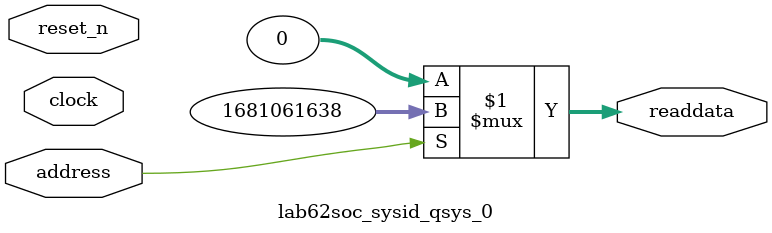
<source format=v>



// synthesis translate_off
`timescale 1ns / 1ps
// synthesis translate_on

// turn off superfluous verilog processor warnings 
// altera message_level Level1 
// altera message_off 10034 10035 10036 10037 10230 10240 10030 

module lab62soc_sysid_qsys_0 (
               // inputs:
                address,
                clock,
                reset_n,

               // outputs:
                readdata
             )
;

  output  [ 31: 0] readdata;
  input            address;
  input            clock;
  input            reset_n;

  wire    [ 31: 0] readdata;
  //control_slave, which is an e_avalon_slave
  assign readdata = address ? 1681061638 : 0;

endmodule



</source>
